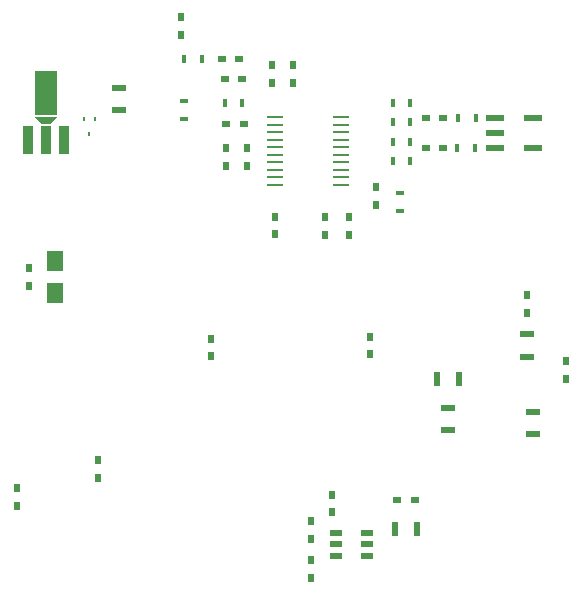
<source format=gbr>
G04 #@! TF.FileFunction,Paste,Top*
%FSLAX46Y46*%
G04 Gerber Fmt 4.6, Leading zero omitted, Abs format (unit mm)*
G04 Created by KiCad (PCBNEW 4.0.6) date Friday, June 16, 2017 'PMt' 04:10:38 PM*
%MOMM*%
%LPD*%
G01*
G04 APERTURE LIST*
%ADD10C,0.100000*%
%ADD11R,1.147600X0.547600*%
%ADD12R,0.597600X0.647600*%
%ADD13R,0.848360X2.349500*%
%ADD14R,1.846580X3.848100*%
%ADD15R,0.247600X0.357600*%
%ADD16R,0.647600X0.597600*%
%ADD17R,0.347600X0.747600*%
%ADD18R,0.747600X0.347600*%
%ADD19R,0.547600X1.147600*%
%ADD20R,1.067600X0.497600*%
%ADD21R,1.371600X0.227600*%
%ADD22R,1.498600X0.609600*%
%ADD23R,1.347600X1.797600*%
G04 APERTURE END LIST*
D10*
D11*
X136657000Y-61854000D03*
X136657000Y-63754000D03*
D12*
X141859000Y-57392000D03*
X141859000Y-55892000D03*
D13*
X128927860Y-66233040D03*
X130429000Y-66233040D03*
X131930140Y-66233040D03*
D14*
X130429000Y-62280800D03*
D10*
G36*
X131353560Y-64331850D02*
X130853180Y-64928750D01*
X130004820Y-64928750D01*
X129504440Y-64331850D01*
X131353560Y-64331850D01*
X131353560Y-64331850D01*
G37*
D15*
X134612000Y-64501000D03*
X133612000Y-64501000D03*
X134112000Y-65801000D03*
D12*
X129032000Y-78601000D03*
X129032000Y-77101000D03*
X128016000Y-97270000D03*
X128016000Y-95770000D03*
X134874000Y-93357000D03*
X134874000Y-94857000D03*
X144399000Y-84582000D03*
X144399000Y-83082000D03*
X157861000Y-84431000D03*
X157861000Y-82931000D03*
X174498000Y-86475000D03*
X174498000Y-84975000D03*
X171196000Y-80887000D03*
X171196000Y-79387000D03*
D16*
X147181000Y-64897000D03*
X145681000Y-64897000D03*
X162584000Y-64389000D03*
X164084000Y-64389000D03*
D12*
X145669000Y-66941000D03*
X145669000Y-68441000D03*
X147447000Y-66941000D03*
X147447000Y-68441000D03*
D16*
X162584000Y-66929000D03*
X164084000Y-66929000D03*
D12*
X158369000Y-70243000D03*
X158369000Y-71743000D03*
X156083000Y-72795000D03*
X156083000Y-74295000D03*
X149860000Y-72771000D03*
X149860000Y-74271000D03*
X154051000Y-72783000D03*
X154051000Y-74283000D03*
X152908000Y-103354000D03*
X152908000Y-101854000D03*
X152908000Y-100064000D03*
X152908000Y-98564000D03*
D16*
X161659000Y-96774000D03*
X160159000Y-96774000D03*
D12*
X154686000Y-97790000D03*
X154686000Y-96290000D03*
D16*
X147054000Y-61087000D03*
X145554000Y-61087000D03*
X145300000Y-59436000D03*
X146800000Y-59436000D03*
D12*
X151384000Y-59956000D03*
X151384000Y-61456000D03*
X149606000Y-61456000D03*
X149606000Y-59956000D03*
D17*
X142125000Y-59436000D03*
X143625000Y-59436000D03*
X145554000Y-63119000D03*
X147054000Y-63119000D03*
X159778000Y-63119000D03*
X161278000Y-63119000D03*
X159778000Y-68072000D03*
X161278000Y-68072000D03*
D18*
X160401000Y-70751000D03*
X160401000Y-72251000D03*
D19*
X163500038Y-86531340D03*
X165400038Y-86531340D03*
D11*
X164465000Y-88966000D03*
X164465000Y-90866000D03*
X171196000Y-84621340D03*
X171196000Y-82721340D03*
D17*
X165354000Y-64389000D03*
X166854000Y-64389000D03*
D11*
X171704000Y-91181000D03*
X171704000Y-89281000D03*
D17*
X161278000Y-64770000D03*
X159778000Y-64770000D03*
X161290000Y-66421000D03*
X159790000Y-66421000D03*
X165239000Y-66929000D03*
X166739000Y-66929000D03*
D19*
X159959000Y-99187000D03*
X161859000Y-99187000D03*
D18*
X142113000Y-63004000D03*
X142113000Y-64504000D03*
D20*
X157607000Y-101455124D03*
X157607000Y-100505124D03*
X157607000Y-99555124D03*
X154987000Y-99555124D03*
X154987000Y-100505124D03*
X154987000Y-101455124D03*
D21*
X149859000Y-64325500D03*
X155449000Y-64325500D03*
X149859000Y-64965500D03*
X155449000Y-64965500D03*
X149859000Y-65605500D03*
X155449000Y-65605500D03*
X149859000Y-66245500D03*
X155449000Y-66245500D03*
X149859000Y-66885500D03*
X155449000Y-66885500D03*
X149859000Y-67525500D03*
X155449000Y-67525500D03*
X149859000Y-68165500D03*
X155449000Y-68165500D03*
X149859000Y-68805500D03*
X155449000Y-68805500D03*
X149859000Y-69445500D03*
X155449000Y-69445500D03*
X149859000Y-70085500D03*
X155449000Y-70085500D03*
D22*
X171640500Y-64389000D03*
X168465500Y-64389000D03*
X168465500Y-65659000D03*
X171640500Y-66929000D03*
X168465500Y-66929000D03*
D23*
X131191000Y-79226000D03*
X131191000Y-76476000D03*
M02*

</source>
